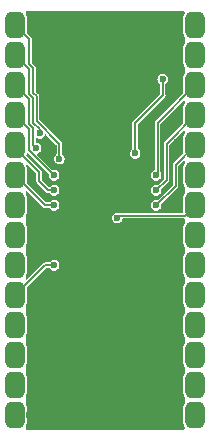
<source format=gbl>
G04 #@! TF.GenerationSoftware,KiCad,Pcbnew,7.0.10*
G04 #@! TF.CreationDate,2024-04-16T17:13:17-04:00*
G04 #@! TF.ProjectId,GW28R8128,47573238-5238-4313-9238-2e6b69636164,B.1.0*
G04 #@! TF.SameCoordinates,Original*
G04 #@! TF.FileFunction,Copper,L2,Bot*
G04 #@! TF.FilePolarity,Positive*
%FSLAX46Y46*%
G04 Gerber Fmt 4.6, Leading zero omitted, Abs format (unit mm)*
G04 Created by KiCad (PCBNEW 7.0.10) date 2024-04-16 17:13:17*
%MOMM*%
%LPD*%
G01*
G04 APERTURE LIST*
G04 Aperture macros list*
%AMRoundRect*
0 Rectangle with rounded corners*
0 $1 Rounding radius*
0 $2 $3 $4 $5 $6 $7 $8 $9 X,Y pos of 4 corners*
0 Add a 4 corners polygon primitive as box body*
4,1,4,$2,$3,$4,$5,$6,$7,$8,$9,$2,$3,0*
0 Add four circle primitives for the rounded corners*
1,1,$1+$1,$2,$3*
1,1,$1+$1,$4,$5*
1,1,$1+$1,$6,$7*
1,1,$1+$1,$8,$9*
0 Add four rect primitives between the rounded corners*
20,1,$1+$1,$2,$3,$4,$5,0*
20,1,$1+$1,$4,$5,$6,$7,0*
20,1,$1+$1,$6,$7,$8,$9,0*
20,1,$1+$1,$8,$9,$2,$3,0*%
G04 Aperture macros list end*
G04 #@! TA.AperFunction,ComponentPad*
%ADD10RoundRect,0.595000X-0.255000X-0.545000X0.255000X-0.545000X0.255000X0.545000X-0.255000X0.545000X0*%
G04 #@! TD*
G04 #@! TA.AperFunction,ViaPad*
%ADD11C,0.600000*%
G04 #@! TD*
G04 #@! TA.AperFunction,ViaPad*
%ADD12C,0.800000*%
G04 #@! TD*
G04 #@! TA.AperFunction,ViaPad*
%ADD13C,1.000000*%
G04 #@! TD*
G04 #@! TA.AperFunction,Conductor*
%ADD14C,0.152400*%
G04 #@! TD*
G04 #@! TA.AperFunction,Conductor*
%ADD15C,0.150000*%
G04 #@! TD*
G04 APERTURE END LIST*
D10*
X40640000Y-20320000D03*
X40640000Y-22860000D03*
X40640000Y-25400000D03*
X40640000Y-27940000D03*
X40640000Y-30480000D03*
X40640000Y-33020000D03*
X40640000Y-35560000D03*
X40640000Y-38100000D03*
X40640000Y-40640000D03*
X40640000Y-43180000D03*
X40640000Y-45720000D03*
X40640000Y-48260000D03*
X40640000Y-50800000D03*
X40640000Y-53340000D03*
X55880000Y-53340000D03*
X55880000Y-50800000D03*
X55880000Y-48260000D03*
X55880000Y-45720000D03*
X55880000Y-43180000D03*
X55880000Y-40640000D03*
X55880000Y-38100000D03*
X55880000Y-35560000D03*
X55880000Y-33020000D03*
X55880000Y-30480000D03*
X55880000Y-27940000D03*
X55880000Y-25400000D03*
X55880000Y-22860000D03*
X55880000Y-20320000D03*
D11*
X53975000Y-50165000D03*
X53975000Y-46355000D03*
X51435000Y-40640000D03*
X42291000Y-53340000D03*
X46990000Y-44958000D03*
X54356000Y-30226000D03*
X54356000Y-26098500D03*
X45974000Y-36258500D03*
X52070000Y-31242000D03*
D12*
X53149500Y-27178000D03*
D13*
X51870000Y-22020000D03*
X53213000Y-23177500D03*
D11*
X54356000Y-28194000D03*
X52070000Y-26105500D03*
X46101000Y-50038000D03*
D13*
X43878500Y-28448000D03*
D11*
X48260000Y-31242000D03*
X46990000Y-42418000D03*
X52070000Y-28702000D03*
D13*
X43878500Y-24638000D03*
D11*
X43942000Y-35560000D03*
X52578000Y-34290000D03*
X42418000Y-30734000D03*
X43942000Y-33020000D03*
X43942000Y-34290000D03*
X43942000Y-40640000D03*
X52578000Y-35560000D03*
X42735500Y-29464000D03*
X52578000Y-33020000D03*
X44386500Y-31623000D03*
X49276000Y-36639500D03*
X53149500Y-24892000D03*
X50800000Y-31178500D03*
D14*
X43180000Y-35560000D02*
X43942000Y-35560000D01*
X40640000Y-33020000D02*
X43180000Y-35560000D01*
X53467000Y-33401000D02*
X53467000Y-30353000D01*
X52578000Y-34290000D02*
X53467000Y-33401000D01*
X53467000Y-30353000D02*
X55880000Y-27940000D01*
D15*
X41846500Y-28702000D02*
X41846500Y-26606500D01*
X42418000Y-30734000D02*
X42164000Y-30480000D01*
X42164000Y-30480000D02*
X42164000Y-29019500D01*
X42164000Y-29019500D02*
X41846500Y-28702000D01*
X41846500Y-26606500D02*
X40640000Y-25400000D01*
D14*
X41846500Y-30924500D02*
X43942000Y-33020000D01*
X40640000Y-27940000D02*
X41846500Y-29146500D01*
X41846500Y-29146500D02*
X41846500Y-30924500D01*
X42672000Y-32766000D02*
X42672000Y-33528000D01*
X42672000Y-33528000D02*
X43434000Y-34290000D01*
X43434000Y-34290000D02*
X43942000Y-34290000D01*
X40640000Y-30480000D02*
X40640000Y-30734000D01*
X40640000Y-30734000D02*
X42672000Y-32766000D01*
X43942000Y-40640000D02*
X43180000Y-40640000D01*
X43180000Y-40640000D02*
X40640000Y-43180000D01*
X52578000Y-35560000D02*
X54229000Y-33909000D01*
X54229000Y-33909000D02*
X54229000Y-32131000D01*
X54229000Y-32131000D02*
X55880000Y-30480000D01*
D15*
X42735500Y-29464000D02*
X42735500Y-29146500D01*
X42735500Y-29146500D02*
X42164000Y-28575000D01*
X42164000Y-28575000D02*
X42164000Y-26479500D01*
X41846500Y-24066500D02*
X40640000Y-22860000D01*
X41846500Y-26162000D02*
X41846500Y-24066500D01*
X42164000Y-26479500D02*
X41846500Y-26162000D01*
D14*
X52705000Y-32893000D02*
X52705000Y-28575000D01*
X52578000Y-33020000D02*
X52705000Y-32893000D01*
X52705000Y-28575000D02*
X55880000Y-25400000D01*
D15*
X41846500Y-21526500D02*
X41846500Y-23622000D01*
X42481500Y-26352500D02*
X42481500Y-28448000D01*
X42164000Y-23939500D02*
X42164000Y-26035000D01*
X40640000Y-20320000D02*
X41846500Y-21526500D01*
X42164000Y-26035000D02*
X42481500Y-26352500D01*
X44386500Y-30353000D02*
X44386500Y-31623000D01*
X42481500Y-28448000D02*
X44386500Y-30353000D01*
X41846500Y-23622000D02*
X42164000Y-23939500D01*
D14*
X49466500Y-36449000D02*
X54991000Y-36449000D01*
X54991000Y-36449000D02*
X55880000Y-35560000D01*
X49276000Y-36639500D02*
X49466500Y-36449000D01*
D15*
X50800000Y-31178500D02*
X50800000Y-28606750D01*
X50800000Y-28606750D02*
X53149500Y-26257250D01*
X53149500Y-26257250D02*
X53149500Y-24892000D01*
G04 #@! TA.AperFunction,Conductor*
G36*
X54964138Y-19118893D02*
G01*
X54989858Y-19163442D01*
X54991000Y-19176500D01*
X54991000Y-19356908D01*
X54979804Y-19396385D01*
X54942559Y-19456769D01*
X54942558Y-19456771D01*
X54942558Y-19456772D01*
X54887565Y-19622732D01*
X54877100Y-19725167D01*
X54877100Y-19725172D01*
X54877100Y-19725173D01*
X54877100Y-20914827D01*
X54877101Y-20914832D01*
X54887565Y-21017268D01*
X54942558Y-21183228D01*
X54979804Y-21243614D01*
X54991000Y-21283090D01*
X54991000Y-21896908D01*
X54979804Y-21936385D01*
X54942559Y-21996769D01*
X54942558Y-21996771D01*
X54942558Y-21996772D01*
X54887565Y-22162732D01*
X54877100Y-22265167D01*
X54877100Y-22265172D01*
X54877100Y-22265173D01*
X54877100Y-23454827D01*
X54877101Y-23454832D01*
X54887565Y-23557268D01*
X54942558Y-23723228D01*
X54979804Y-23783614D01*
X54991000Y-23823090D01*
X54991000Y-24436908D01*
X54979804Y-24476385D01*
X54942559Y-24536769D01*
X54942558Y-24536771D01*
X54942558Y-24536772D01*
X54887565Y-24702732D01*
X54877100Y-24805167D01*
X54877100Y-24805172D01*
X54877100Y-24805173D01*
X54877100Y-25994828D01*
X54881261Y-26035563D01*
X54868669Y-26085438D01*
X54859624Y-26096377D01*
X52548631Y-28407370D01*
X52545778Y-28410078D01*
X52515514Y-28437329D01*
X52515512Y-28437333D01*
X52505446Y-28459939D01*
X52499821Y-28470300D01*
X52486338Y-28491065D01*
X52484986Y-28499599D01*
X52479414Y-28518409D01*
X52475900Y-28526303D01*
X52475900Y-28551053D01*
X52474974Y-28562817D01*
X52471103Y-28587258D01*
X52471521Y-28588819D01*
X52473337Y-28595594D01*
X52475900Y-28615059D01*
X52475900Y-32521665D01*
X52458307Y-32570003D01*
X52421889Y-32593818D01*
X52387925Y-32603791D01*
X52387922Y-32603793D01*
X52278366Y-32674198D01*
X52193080Y-32772623D01*
X52193078Y-32772626D01*
X52138977Y-32891088D01*
X52120443Y-33020000D01*
X52138977Y-33148911D01*
X52193078Y-33267373D01*
X52193080Y-33267376D01*
X52278366Y-33365801D01*
X52344823Y-33408509D01*
X52383092Y-33433103D01*
X52387926Y-33436209D01*
X52512883Y-33472900D01*
X52643117Y-33472900D01*
X52768073Y-33436209D01*
X52768073Y-33436208D01*
X52768076Y-33436208D01*
X52877636Y-33365799D01*
X52962921Y-33267374D01*
X53017023Y-33148909D01*
X53035557Y-33020000D01*
X53017023Y-32891091D01*
X52962921Y-32772626D01*
X52952465Y-32760559D01*
X52934109Y-32712507D01*
X52934100Y-32711316D01*
X52934100Y-28701044D01*
X52951693Y-28652706D01*
X52956126Y-28647870D01*
X54862626Y-26741370D01*
X54909246Y-26719630D01*
X54958933Y-26732944D01*
X54988438Y-26775081D01*
X54991000Y-26794544D01*
X54991000Y-26976908D01*
X54979804Y-27016385D01*
X54942559Y-27076769D01*
X54942558Y-27076771D01*
X54942558Y-27076772D01*
X54887565Y-27242732D01*
X54877100Y-27345167D01*
X54877100Y-27345172D01*
X54877100Y-27345173D01*
X54877100Y-28534828D01*
X54881261Y-28575563D01*
X54868669Y-28625438D01*
X54859624Y-28636377D01*
X53310631Y-30185370D01*
X53307778Y-30188078D01*
X53277514Y-30215329D01*
X53277512Y-30215333D01*
X53267446Y-30237939D01*
X53261821Y-30248300D01*
X53248338Y-30269065D01*
X53246986Y-30277599D01*
X53241414Y-30296409D01*
X53237900Y-30304303D01*
X53237900Y-30329053D01*
X53236974Y-30340818D01*
X53233103Y-30365256D01*
X53233103Y-30365257D01*
X53235337Y-30373594D01*
X53237900Y-30393059D01*
X53237900Y-33274954D01*
X53220307Y-33323292D01*
X53215874Y-33328128D01*
X52723974Y-33820027D01*
X52677354Y-33841767D01*
X52649618Y-33839008D01*
X52643123Y-33837101D01*
X52643118Y-33837100D01*
X52643117Y-33837100D01*
X52512883Y-33837100D01*
X52387926Y-33873790D01*
X52278366Y-33944198D01*
X52193080Y-34042623D01*
X52193078Y-34042626D01*
X52138977Y-34161088D01*
X52120443Y-34290000D01*
X52138977Y-34418911D01*
X52193078Y-34537373D01*
X52193080Y-34537376D01*
X52278366Y-34635801D01*
X52356668Y-34686121D01*
X52373236Y-34696769D01*
X52387926Y-34706209D01*
X52512883Y-34742900D01*
X52643117Y-34742900D01*
X52768073Y-34706209D01*
X52768073Y-34706208D01*
X52768076Y-34706208D01*
X52877636Y-34635799D01*
X52962921Y-34537374D01*
X53017023Y-34418909D01*
X53035557Y-34290000D01*
X53024124Y-34210483D01*
X53034660Y-34160137D01*
X53045381Y-34146614D01*
X53623383Y-33568612D01*
X53626199Y-33565939D01*
X53656486Y-33538670D01*
X53666555Y-33516053D01*
X53672177Y-33505698D01*
X53685662Y-33484936D01*
X53687013Y-33476400D01*
X53692588Y-33457582D01*
X53696100Y-33449697D01*
X53696100Y-33424946D01*
X53697026Y-33413181D01*
X53698804Y-33401955D01*
X53700897Y-33388741D01*
X53700419Y-33386959D01*
X53698662Y-33380397D01*
X53696100Y-33360937D01*
X53696100Y-30479044D01*
X53713693Y-30430706D01*
X53718126Y-30425870D01*
X54862626Y-29281370D01*
X54909246Y-29259630D01*
X54958933Y-29272944D01*
X54988438Y-29315081D01*
X54991000Y-29334544D01*
X54991000Y-29516908D01*
X54979804Y-29556385D01*
X54942559Y-29616769D01*
X54942558Y-29616771D01*
X54942558Y-29616772D01*
X54887565Y-29782732D01*
X54877100Y-29885167D01*
X54877100Y-29885172D01*
X54877100Y-29885173D01*
X54877100Y-31074828D01*
X54881261Y-31115563D01*
X54868669Y-31165438D01*
X54859624Y-31176377D01*
X54072631Y-31963370D01*
X54069778Y-31966078D01*
X54039514Y-31993329D01*
X54039512Y-31993333D01*
X54029446Y-32015939D01*
X54023821Y-32026300D01*
X54010338Y-32047065D01*
X54008986Y-32055599D01*
X54003414Y-32074409D01*
X53999900Y-32082303D01*
X53999900Y-32107053D01*
X53998974Y-32118818D01*
X53995103Y-32143256D01*
X53995103Y-32143257D01*
X53997337Y-32151594D01*
X53999900Y-32171059D01*
X53999900Y-33782954D01*
X53982307Y-33831292D01*
X53977874Y-33836128D01*
X52723974Y-35090027D01*
X52677354Y-35111767D01*
X52649618Y-35109008D01*
X52643123Y-35107101D01*
X52643118Y-35107100D01*
X52643117Y-35107100D01*
X52512883Y-35107100D01*
X52387926Y-35143790D01*
X52278366Y-35214198D01*
X52193080Y-35312623D01*
X52193078Y-35312626D01*
X52138977Y-35431088D01*
X52120443Y-35560000D01*
X52138977Y-35688911D01*
X52193078Y-35807373D01*
X52193080Y-35807376D01*
X52278366Y-35905801D01*
X52387926Y-35976209D01*
X52512883Y-36012900D01*
X52643117Y-36012900D01*
X52768073Y-35976209D01*
X52768073Y-35976208D01*
X52768076Y-35976208D01*
X52877636Y-35905799D01*
X52962921Y-35807374D01*
X53017023Y-35688909D01*
X53035557Y-35560000D01*
X53024124Y-35480482D01*
X53034660Y-35430136D01*
X53045381Y-35416613D01*
X54385373Y-34076621D01*
X54388189Y-34073948D01*
X54418486Y-34046670D01*
X54428551Y-34024061D01*
X54434184Y-34013689D01*
X54438870Y-34006474D01*
X54447662Y-33992936D01*
X54449013Y-33984400D01*
X54454588Y-33965582D01*
X54458100Y-33957697D01*
X54458100Y-33932946D01*
X54459026Y-33921181D01*
X54462897Y-33896741D01*
X54462419Y-33894959D01*
X54460662Y-33888397D01*
X54458100Y-33868937D01*
X54458100Y-32257044D01*
X54475693Y-32208706D01*
X54480126Y-32203870D01*
X54862626Y-31821370D01*
X54909246Y-31799630D01*
X54958933Y-31812944D01*
X54988438Y-31855081D01*
X54991000Y-31874544D01*
X54991000Y-32056908D01*
X54979804Y-32096385D01*
X54942559Y-32156769D01*
X54942558Y-32156771D01*
X54942558Y-32156772D01*
X54887565Y-32322732D01*
X54877100Y-32425167D01*
X54877100Y-32425172D01*
X54877100Y-32425173D01*
X54877100Y-33614827D01*
X54877101Y-33614832D01*
X54887565Y-33717268D01*
X54887565Y-33717270D01*
X54887566Y-33717272D01*
X54909331Y-33782954D01*
X54942558Y-33883228D01*
X54979804Y-33943614D01*
X54991000Y-33983090D01*
X54991000Y-34596908D01*
X54979804Y-34636385D01*
X54942559Y-34696769D01*
X54942558Y-34696771D01*
X54942558Y-34696772D01*
X54887565Y-34862732D01*
X54877100Y-34965167D01*
X54877100Y-34965172D01*
X54877100Y-34965173D01*
X54877101Y-36144700D01*
X54859508Y-36193038D01*
X54814959Y-36218758D01*
X54801901Y-36219900D01*
X49474470Y-36219900D01*
X49470534Y-36219797D01*
X49465788Y-36219548D01*
X49459415Y-36219214D01*
X49442167Y-36216271D01*
X49341119Y-36186600D01*
X49341117Y-36186600D01*
X49210883Y-36186600D01*
X49085926Y-36223290D01*
X48976366Y-36293698D01*
X48891080Y-36392123D01*
X48891078Y-36392126D01*
X48836977Y-36510588D01*
X48818443Y-36639500D01*
X48836977Y-36768411D01*
X48891078Y-36886873D01*
X48891080Y-36886876D01*
X48976366Y-36985301D01*
X49085926Y-37055709D01*
X49210883Y-37092400D01*
X49341117Y-37092400D01*
X49466073Y-37055709D01*
X49466073Y-37055708D01*
X49466076Y-37055708D01*
X49575636Y-36985299D01*
X49660921Y-36886874D01*
X49715023Y-36768409D01*
X49716198Y-36760229D01*
X49718735Y-36742597D01*
X49743029Y-36697255D01*
X49790784Y-36678138D01*
X49793169Y-36678100D01*
X54915800Y-36678100D01*
X54964138Y-36695693D01*
X54989858Y-36740242D01*
X54991000Y-36753300D01*
X54991000Y-37136908D01*
X54979804Y-37176385D01*
X54942559Y-37236769D01*
X54942558Y-37236771D01*
X54942558Y-37236772D01*
X54887565Y-37402732D01*
X54877100Y-37505167D01*
X54877100Y-37505172D01*
X54877100Y-37505173D01*
X54877100Y-38694827D01*
X54877101Y-38694832D01*
X54887565Y-38797268D01*
X54942558Y-38963228D01*
X54979804Y-39023614D01*
X54991000Y-39063090D01*
X54991000Y-39676908D01*
X54979804Y-39716385D01*
X54942559Y-39776769D01*
X54942558Y-39776771D01*
X54942558Y-39776772D01*
X54887565Y-39942732D01*
X54877100Y-40045167D01*
X54877100Y-40045172D01*
X54877100Y-40045173D01*
X54877100Y-41234827D01*
X54877101Y-41234832D01*
X54887565Y-41337268D01*
X54942558Y-41503228D01*
X54979804Y-41563614D01*
X54991000Y-41603090D01*
X54991000Y-42216908D01*
X54979804Y-42256385D01*
X54942559Y-42316769D01*
X54942558Y-42316771D01*
X54942558Y-42316772D01*
X54887565Y-42482732D01*
X54877100Y-42585167D01*
X54877100Y-42585172D01*
X54877100Y-42585173D01*
X54877100Y-43774827D01*
X54877101Y-43774832D01*
X54887565Y-43877268D01*
X54942558Y-44043228D01*
X54979804Y-44103614D01*
X54991000Y-44143090D01*
X54991000Y-44756908D01*
X54979804Y-44796385D01*
X54942559Y-44856769D01*
X54942558Y-44856771D01*
X54942558Y-44856772D01*
X54887565Y-45022732D01*
X54877100Y-45125167D01*
X54877100Y-45125172D01*
X54877100Y-45125173D01*
X54877100Y-46314827D01*
X54877101Y-46314832D01*
X54887565Y-46417268D01*
X54942558Y-46583228D01*
X54979804Y-46643614D01*
X54991000Y-46683090D01*
X54991000Y-47296908D01*
X54979804Y-47336385D01*
X54942559Y-47396769D01*
X54942558Y-47396771D01*
X54942558Y-47396772D01*
X54887565Y-47562732D01*
X54877100Y-47665167D01*
X54877100Y-47665172D01*
X54877100Y-47665173D01*
X54877100Y-48854827D01*
X54877101Y-48854832D01*
X54887565Y-48957268D01*
X54942558Y-49123228D01*
X54979804Y-49183614D01*
X54991000Y-49223090D01*
X54991000Y-49836908D01*
X54979804Y-49876385D01*
X54942559Y-49936769D01*
X54942558Y-49936771D01*
X54942558Y-49936772D01*
X54887565Y-50102732D01*
X54877100Y-50205167D01*
X54877100Y-50205172D01*
X54877100Y-50205173D01*
X54877100Y-51394827D01*
X54877101Y-51394832D01*
X54887565Y-51497268D01*
X54942558Y-51663228D01*
X54979804Y-51723614D01*
X54991000Y-51763090D01*
X54991000Y-52376908D01*
X54979804Y-52416385D01*
X54942559Y-52476769D01*
X54942558Y-52476771D01*
X54942558Y-52476772D01*
X54887565Y-52642732D01*
X54877100Y-52745167D01*
X54877100Y-52745172D01*
X54877100Y-52745173D01*
X54877100Y-53934827D01*
X54877101Y-53934832D01*
X54887565Y-54037268D01*
X54887565Y-54037270D01*
X54887566Y-54037272D01*
X54908198Y-54099535D01*
X54942558Y-54203228D01*
X54979804Y-54263614D01*
X54991000Y-54303090D01*
X54991000Y-54483500D01*
X54973407Y-54531838D01*
X54928858Y-54557558D01*
X54915800Y-54558700D01*
X41604200Y-54558700D01*
X41555862Y-54541107D01*
X41530142Y-54496558D01*
X41529000Y-54483500D01*
X41529000Y-54302138D01*
X41540196Y-54262659D01*
X41576985Y-54203015D01*
X41631940Y-54037167D01*
X41631941Y-54037165D01*
X41642400Y-53934795D01*
X41642400Y-53590000D01*
X41604200Y-53590000D01*
X41555862Y-53572407D01*
X41530142Y-53527858D01*
X41529000Y-53514800D01*
X41529000Y-53165200D01*
X41546593Y-53116862D01*
X41591142Y-53091142D01*
X41604200Y-53090000D01*
X41642400Y-53090000D01*
X41642400Y-52745204D01*
X41631941Y-52642834D01*
X41631940Y-52642832D01*
X41576985Y-52476984D01*
X41540196Y-52417339D01*
X41529000Y-52377861D01*
X41529000Y-51763090D01*
X41540195Y-51723614D01*
X41577442Y-51663228D01*
X41632435Y-51497268D01*
X41642900Y-51394833D01*
X41642899Y-50205168D01*
X41632435Y-50102732D01*
X41577442Y-49936772D01*
X41572562Y-49928860D01*
X41540196Y-49876385D01*
X41529000Y-49836908D01*
X41529000Y-49223090D01*
X41540195Y-49183614D01*
X41577442Y-49123228D01*
X41632435Y-48957268D01*
X41642900Y-48854833D01*
X41642899Y-47665168D01*
X41632435Y-47562732D01*
X41577442Y-47396772D01*
X41572562Y-47388860D01*
X41540196Y-47336385D01*
X41529000Y-47296908D01*
X41529000Y-46683090D01*
X41540195Y-46643614D01*
X41577442Y-46583228D01*
X41632435Y-46417268D01*
X41642900Y-46314833D01*
X41642899Y-45125168D01*
X41632435Y-45022732D01*
X41577442Y-44856772D01*
X41572562Y-44848860D01*
X41540196Y-44796385D01*
X41529000Y-44756908D01*
X41529000Y-44143090D01*
X41540195Y-44103614D01*
X41577442Y-44043228D01*
X41632435Y-43877268D01*
X41642900Y-43774833D01*
X41642899Y-42585168D01*
X41638737Y-42544434D01*
X41651327Y-42494562D01*
X41660369Y-42483625D01*
X43252870Y-40891126D01*
X43299490Y-40869386D01*
X43306044Y-40869100D01*
X43506902Y-40869100D01*
X43555240Y-40886693D01*
X43563735Y-40895055D01*
X43642366Y-40985801D01*
X43751926Y-41056209D01*
X43876883Y-41092900D01*
X44007117Y-41092900D01*
X44132073Y-41056209D01*
X44132073Y-41056208D01*
X44132076Y-41056208D01*
X44241636Y-40985799D01*
X44326921Y-40887374D01*
X44381023Y-40768909D01*
X44399557Y-40640000D01*
X44381023Y-40511091D01*
X44378847Y-40506327D01*
X44326921Y-40392626D01*
X44326919Y-40392623D01*
X44241633Y-40294198D01*
X44132073Y-40223790D01*
X44007117Y-40187100D01*
X43876883Y-40187100D01*
X43751926Y-40223790D01*
X43642366Y-40294198D01*
X43563735Y-40384945D01*
X43518784Y-40409955D01*
X43506902Y-40410900D01*
X43187960Y-40410900D01*
X43184024Y-40410797D01*
X43143361Y-40408665D01*
X43143360Y-40408665D01*
X43120252Y-40417535D01*
X43108945Y-40420884D01*
X43084736Y-40426030D01*
X43077747Y-40431108D01*
X43060500Y-40440472D01*
X43052434Y-40443568D01*
X43034928Y-40461073D01*
X43025960Y-40468732D01*
X43005943Y-40483276D01*
X43005942Y-40483278D01*
X43001622Y-40490759D01*
X42989674Y-40506327D01*
X41657374Y-41838628D01*
X41610754Y-41860368D01*
X41561067Y-41847054D01*
X41531562Y-41804917D01*
X41529000Y-41785454D01*
X41529000Y-41603090D01*
X41540195Y-41563614D01*
X41577442Y-41503228D01*
X41632435Y-41337268D01*
X41642900Y-41234833D01*
X41642899Y-40045168D01*
X41632435Y-39942732D01*
X41577442Y-39776772D01*
X41572562Y-39768860D01*
X41540196Y-39716385D01*
X41529000Y-39676908D01*
X41529000Y-39063090D01*
X41540195Y-39023614D01*
X41577442Y-38963228D01*
X41632435Y-38797268D01*
X41642900Y-38694833D01*
X41642899Y-37505168D01*
X41632435Y-37402732D01*
X41577442Y-37236772D01*
X41572562Y-37228860D01*
X41540196Y-37176385D01*
X41529000Y-37136908D01*
X41529000Y-36523090D01*
X41540195Y-36483614D01*
X41577442Y-36423228D01*
X41632435Y-36257268D01*
X41642900Y-36154833D01*
X41642899Y-34965168D01*
X41632435Y-34862732D01*
X41577442Y-34696772D01*
X41572562Y-34688860D01*
X41540196Y-34636385D01*
X41529000Y-34596908D01*
X41529000Y-34414544D01*
X41546593Y-34366206D01*
X41591142Y-34340486D01*
X41641800Y-34349419D01*
X41657374Y-34361370D01*
X43012359Y-35716355D01*
X43015069Y-35719210D01*
X43042330Y-35749486D01*
X43064936Y-35759551D01*
X43075304Y-35765181D01*
X43096060Y-35778660D01*
X43096061Y-35778660D01*
X43096063Y-35778661D01*
X43104589Y-35780011D01*
X43123408Y-35785585D01*
X43131303Y-35789100D01*
X43156059Y-35789100D01*
X43167821Y-35790025D01*
X43192258Y-35793896D01*
X43200596Y-35791662D01*
X43220057Y-35789100D01*
X43506902Y-35789100D01*
X43555240Y-35806693D01*
X43563735Y-35815055D01*
X43642366Y-35905801D01*
X43751926Y-35976209D01*
X43876883Y-36012900D01*
X44007117Y-36012900D01*
X44132073Y-35976209D01*
X44132073Y-35976208D01*
X44132076Y-35976208D01*
X44241636Y-35905799D01*
X44326921Y-35807374D01*
X44381023Y-35688909D01*
X44399557Y-35560000D01*
X44381023Y-35431091D01*
X44374409Y-35416609D01*
X44326921Y-35312626D01*
X44326919Y-35312623D01*
X44241633Y-35214198D01*
X44132073Y-35143790D01*
X44007117Y-35107100D01*
X43876883Y-35107100D01*
X43751926Y-35143790D01*
X43642366Y-35214198D01*
X43563735Y-35304945D01*
X43518784Y-35329955D01*
X43506902Y-35330900D01*
X43306045Y-35330900D01*
X43257707Y-35313307D01*
X43252871Y-35308874D01*
X41660375Y-33716378D01*
X41638635Y-33669758D01*
X41638739Y-33655560D01*
X41639562Y-33647501D01*
X41642900Y-33614833D01*
X41642899Y-32425168D01*
X41632435Y-32322732D01*
X41597290Y-32216670D01*
X41598786Y-32165253D01*
X41632983Y-32126826D01*
X41683879Y-32119371D01*
X41721847Y-32139843D01*
X42420874Y-32838870D01*
X42442614Y-32885490D01*
X42442900Y-32892044D01*
X42442900Y-33520039D01*
X42442797Y-33523975D01*
X42440665Y-33564638D01*
X42449533Y-33587740D01*
X42452883Y-33599050D01*
X42458030Y-33623263D01*
X42458031Y-33623265D01*
X42463108Y-33630253D01*
X42472471Y-33647498D01*
X42475568Y-33655564D01*
X42475569Y-33655566D01*
X42493064Y-33673061D01*
X42500726Y-33682031D01*
X42515276Y-33702056D01*
X42515278Y-33702058D01*
X42522759Y-33706377D01*
X42538330Y-33718326D01*
X43266368Y-34446365D01*
X43269078Y-34449220D01*
X43296330Y-34479486D01*
X43318935Y-34489550D01*
X43329304Y-34495180D01*
X43350064Y-34508662D01*
X43358593Y-34510013D01*
X43377416Y-34515588D01*
X43385303Y-34519100D01*
X43410053Y-34519100D01*
X43421816Y-34520025D01*
X43446259Y-34523897D01*
X43451399Y-34522519D01*
X43454602Y-34521662D01*
X43474063Y-34519100D01*
X43506902Y-34519100D01*
X43555240Y-34536693D01*
X43563735Y-34545055D01*
X43642366Y-34635801D01*
X43720668Y-34686121D01*
X43737236Y-34696769D01*
X43751926Y-34706209D01*
X43876883Y-34742900D01*
X44007117Y-34742900D01*
X44132073Y-34706209D01*
X44132073Y-34706208D01*
X44132076Y-34706208D01*
X44241636Y-34635799D01*
X44326921Y-34537374D01*
X44381023Y-34418909D01*
X44399557Y-34290000D01*
X44381023Y-34161091D01*
X44380587Y-34160137D01*
X44326921Y-34042626D01*
X44326919Y-34042623D01*
X44268001Y-33974628D01*
X44241636Y-33944201D01*
X44241635Y-33944200D01*
X44241633Y-33944198D01*
X44132073Y-33873790D01*
X44007117Y-33837100D01*
X43876883Y-33837100D01*
X43751926Y-33873790D01*
X43642366Y-33944198D01*
X43588404Y-34006474D01*
X43543453Y-34031483D01*
X43492943Y-34021748D01*
X43478398Y-34010402D01*
X42923126Y-33455129D01*
X42901386Y-33408509D01*
X42901100Y-33401955D01*
X42901100Y-32773959D01*
X42901203Y-32770023D01*
X42903334Y-32729361D01*
X42896407Y-32711316D01*
X42894463Y-32706253D01*
X42891114Y-32694943D01*
X42885969Y-32670735D01*
X42880887Y-32663741D01*
X42871526Y-32646497D01*
X42868432Y-32638436D01*
X42868430Y-32638434D01*
X42868430Y-32638433D01*
X42850932Y-32620935D01*
X42843268Y-32611963D01*
X42828721Y-32591940D01*
X42821242Y-32587623D01*
X42805668Y-32575672D01*
X41609191Y-31379194D01*
X41587451Y-31332574D01*
X41590982Y-31302367D01*
X41629637Y-31185711D01*
X41661541Y-31145360D01*
X41711919Y-31134958D01*
X41754194Y-31156190D01*
X43474613Y-32876609D01*
X43496353Y-32923229D01*
X43495874Y-32940483D01*
X43484443Y-33019999D01*
X43502977Y-33148911D01*
X43557078Y-33267373D01*
X43557080Y-33267376D01*
X43642366Y-33365801D01*
X43708823Y-33408509D01*
X43747092Y-33433103D01*
X43751926Y-33436209D01*
X43876883Y-33472900D01*
X44007117Y-33472900D01*
X44132073Y-33436209D01*
X44132073Y-33436208D01*
X44132076Y-33436208D01*
X44241636Y-33365799D01*
X44326921Y-33267374D01*
X44381023Y-33148909D01*
X44399557Y-33020000D01*
X44381023Y-32891091D01*
X44374409Y-32876609D01*
X44326921Y-32772626D01*
X44326919Y-32772623D01*
X44241633Y-32674198D01*
X44132073Y-32603790D01*
X44007117Y-32567100D01*
X43876883Y-32567100D01*
X43870380Y-32569009D01*
X43819044Y-32565744D01*
X43796024Y-32550028D01*
X42533916Y-31287919D01*
X42512176Y-31241299D01*
X42525490Y-31191612D01*
X42565904Y-31162591D01*
X42608076Y-31150208D01*
X42717636Y-31079799D01*
X42802921Y-30981374D01*
X42857023Y-30862909D01*
X42875557Y-30734000D01*
X42857023Y-30605091D01*
X42802921Y-30486626D01*
X42802919Y-30486623D01*
X42717633Y-30388198D01*
X42608073Y-30317790D01*
X42483117Y-30281100D01*
X42467100Y-30281100D01*
X42418762Y-30263507D01*
X42393042Y-30218958D01*
X42391900Y-30205900D01*
X42391900Y-29919262D01*
X42409493Y-29870924D01*
X42454042Y-29845204D01*
X42504700Y-29854137D01*
X42507738Y-29855989D01*
X42545424Y-29880208D01*
X42670383Y-29916900D01*
X42800617Y-29916900D01*
X42925573Y-29880209D01*
X42925573Y-29880208D01*
X42925576Y-29880208D01*
X43035136Y-29809799D01*
X43120421Y-29711374D01*
X43170157Y-29602468D01*
X43206241Y-29565808D01*
X43257447Y-29560918D01*
X43291735Y-29580534D01*
X44136574Y-30425373D01*
X44158314Y-30471993D01*
X44158600Y-30478547D01*
X44158600Y-31190037D01*
X44141007Y-31238375D01*
X44124056Y-31253299D01*
X44086866Y-31277199D01*
X44086864Y-31277200D01*
X44001580Y-31375623D01*
X44001578Y-31375626D01*
X43947477Y-31494088D01*
X43928943Y-31623000D01*
X43947477Y-31751911D01*
X44001578Y-31870373D01*
X44001580Y-31870376D01*
X44005192Y-31874544D01*
X44084506Y-31966078D01*
X44086866Y-31968801D01*
X44125035Y-31993330D01*
X44176338Y-32026300D01*
X44196426Y-32039209D01*
X44321383Y-32075900D01*
X44451617Y-32075900D01*
X44576573Y-32039209D01*
X44576573Y-32039208D01*
X44576576Y-32039208D01*
X44686136Y-31968799D01*
X44771421Y-31870374D01*
X44825523Y-31751909D01*
X44844057Y-31623000D01*
X44825523Y-31494091D01*
X44794368Y-31425873D01*
X44771421Y-31375626D01*
X44771419Y-31375623D01*
X44686135Y-31277200D01*
X44686133Y-31277199D01*
X44648944Y-31253299D01*
X44617791Y-31212365D01*
X44614400Y-31190037D01*
X44614400Y-31178500D01*
X50342443Y-31178500D01*
X50360977Y-31307411D01*
X50415078Y-31425873D01*
X50415080Y-31425876D01*
X50500366Y-31524301D01*
X50609926Y-31594709D01*
X50734883Y-31631400D01*
X50865117Y-31631400D01*
X50990073Y-31594709D01*
X50990073Y-31594708D01*
X50990076Y-31594708D01*
X51099636Y-31524299D01*
X51184921Y-31425874D01*
X51239023Y-31307409D01*
X51257557Y-31178500D01*
X51239023Y-31049591D01*
X51207868Y-30981373D01*
X51184921Y-30931126D01*
X51184919Y-30931123D01*
X51099635Y-30832700D01*
X51099633Y-30832699D01*
X51062444Y-30808799D01*
X51031291Y-30767865D01*
X51027900Y-30745537D01*
X51027900Y-28732297D01*
X51045493Y-28683959D01*
X51049926Y-28679123D01*
X51406597Y-28322452D01*
X53305057Y-26423991D01*
X53307875Y-26421316D01*
X53337994Y-26394199D01*
X53347996Y-26371730D01*
X53353630Y-26361357D01*
X53367016Y-26340746D01*
X53368351Y-26332311D01*
X53373924Y-26313498D01*
X53377400Y-26305692D01*
X53377400Y-26281102D01*
X53378326Y-26269336D01*
X53382172Y-26245056D01*
X53379960Y-26236803D01*
X53377400Y-26217345D01*
X53377400Y-25324963D01*
X53394993Y-25276625D01*
X53411944Y-25261701D01*
X53449133Y-25237801D01*
X53449133Y-25237800D01*
X53449136Y-25237799D01*
X53534421Y-25139374D01*
X53588523Y-25020909D01*
X53607057Y-24892000D01*
X53588523Y-24763091D01*
X53534421Y-24644626D01*
X53534419Y-24644623D01*
X53449133Y-24546198D01*
X53339573Y-24475790D01*
X53214617Y-24439100D01*
X53084383Y-24439100D01*
X52959426Y-24475790D01*
X52849866Y-24546198D01*
X52764580Y-24644623D01*
X52764578Y-24644626D01*
X52710477Y-24763088D01*
X52691943Y-24892000D01*
X52710477Y-25020911D01*
X52764578Y-25139373D01*
X52764580Y-25139376D01*
X52800652Y-25181005D01*
X52849864Y-25237799D01*
X52849865Y-25237799D01*
X52849866Y-25237801D01*
X52887056Y-25261701D01*
X52918209Y-25302634D01*
X52921600Y-25324963D01*
X52921600Y-26131701D01*
X52904007Y-26180039D01*
X52899574Y-26184875D01*
X50644456Y-28439992D01*
X50641602Y-28442702D01*
X50611504Y-28469802D01*
X50602851Y-28489239D01*
X50602039Y-28491065D01*
X50601507Y-28492259D01*
X50595877Y-28502628D01*
X50582485Y-28523251D01*
X50582483Y-28523256D01*
X50581148Y-28531685D01*
X50575574Y-28550504D01*
X50572100Y-28558307D01*
X50572100Y-28582902D01*
X50571174Y-28594666D01*
X50567329Y-28618941D01*
X50567329Y-28618944D01*
X50569538Y-28627188D01*
X50572100Y-28646650D01*
X50572100Y-30745537D01*
X50554507Y-30793875D01*
X50537556Y-30808799D01*
X50500366Y-30832699D01*
X50500364Y-30832700D01*
X50415080Y-30931123D01*
X50415078Y-30931126D01*
X50360977Y-31049588D01*
X50342443Y-31178500D01*
X44614400Y-31178500D01*
X44614400Y-30360936D01*
X44614503Y-30356999D01*
X44616623Y-30316555D01*
X44616622Y-30316554D01*
X44616623Y-30316552D01*
X44607806Y-30293586D01*
X44604460Y-30282288D01*
X44599348Y-30258234D01*
X44594330Y-30251327D01*
X44584963Y-30234075D01*
X44581903Y-30226104D01*
X44581902Y-30226102D01*
X44564518Y-30208718D01*
X44556855Y-30199747D01*
X44542401Y-30179854D01*
X44535003Y-30175582D01*
X44519433Y-30163634D01*
X42731426Y-28375626D01*
X42709686Y-28329006D01*
X42709400Y-28322452D01*
X42709400Y-26360436D01*
X42709503Y-26356499D01*
X42711623Y-26316055D01*
X42711622Y-26316054D01*
X42711623Y-26316052D01*
X42702806Y-26293086D01*
X42699460Y-26281788D01*
X42694348Y-26257734D01*
X42689330Y-26250827D01*
X42679963Y-26233575D01*
X42676903Y-26225604D01*
X42676902Y-26225602D01*
X42659518Y-26208218D01*
X42651855Y-26199247D01*
X42637401Y-26179354D01*
X42630006Y-26175084D01*
X42614434Y-26163135D01*
X42413925Y-25962625D01*
X42392186Y-25916005D01*
X42391900Y-25909451D01*
X42391900Y-23947436D01*
X42392003Y-23943499D01*
X42394123Y-23903055D01*
X42394122Y-23903054D01*
X42394123Y-23903052D01*
X42385306Y-23880086D01*
X42381960Y-23868788D01*
X42376848Y-23844734D01*
X42371830Y-23837827D01*
X42362463Y-23820575D01*
X42359403Y-23812604D01*
X42359402Y-23812602D01*
X42342018Y-23795218D01*
X42334355Y-23786247D01*
X42319901Y-23766354D01*
X42312506Y-23762084D01*
X42296934Y-23750135D01*
X42096425Y-23549625D01*
X42074686Y-23503005D01*
X42074400Y-23496451D01*
X42074400Y-21534436D01*
X42074503Y-21530499D01*
X42076623Y-21490051D01*
X42067811Y-21467095D01*
X42064459Y-21455780D01*
X42059348Y-21431735D01*
X42059348Y-21431734D01*
X42054331Y-21424830D01*
X42044963Y-21407574D01*
X42041904Y-21399604D01*
X42024507Y-21382207D01*
X42016855Y-21373249D01*
X42002401Y-21353354D01*
X42002400Y-21353353D01*
X42002399Y-21353352D01*
X41995006Y-21349084D01*
X41979434Y-21337134D01*
X41660218Y-21017918D01*
X41638478Y-20971298D01*
X41638580Y-20957109D01*
X41642900Y-20914833D01*
X41642899Y-19725168D01*
X41632435Y-19622732D01*
X41577442Y-19456772D01*
X41572562Y-19448860D01*
X41540196Y-19396385D01*
X41529000Y-19356908D01*
X41529000Y-19176500D01*
X41546593Y-19128162D01*
X41591142Y-19102442D01*
X41604200Y-19101300D01*
X54915800Y-19101300D01*
X54964138Y-19118893D01*
G37*
G04 #@! TD.AperFunction*
M02*

</source>
